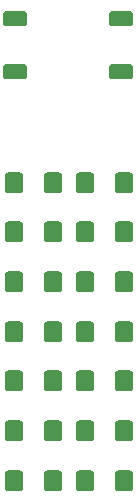
<source format=gtp>
G04 #@! TF.GenerationSoftware,KiCad,Pcbnew,8.0.5*
G04 #@! TF.CreationDate,2024-11-12T19:45:38-03:00*
G04 #@! TF.ProjectId,Teste R_pido Fonte Chaveada,54657374-6520-452e-9170-69646f20466f,rev?*
G04 #@! TF.SameCoordinates,Original*
G04 #@! TF.FileFunction,Paste,Top*
G04 #@! TF.FilePolarity,Positive*
%FSLAX46Y46*%
G04 Gerber Fmt 4.6, Leading zero omitted, Abs format (unit mm)*
G04 Created by KiCad (PCBNEW 8.0.5) date 2024-11-12 19:45:38*
%MOMM*%
%LPD*%
G01*
G04 APERTURE LIST*
G04 Aperture macros list*
%AMRoundRect*
0 Rectangle with rounded corners*
0 $1 Rounding radius*
0 $2 $3 $4 $5 $6 $7 $8 $9 X,Y pos of 4 corners*
0 Add a 4 corners polygon primitive as box body*
4,1,4,$2,$3,$4,$5,$6,$7,$8,$9,$2,$3,0*
0 Add four circle primitives for the rounded corners*
1,1,$1+$1,$2,$3*
1,1,$1+$1,$4,$5*
1,1,$1+$1,$6,$7*
1,1,$1+$1,$8,$9*
0 Add four rect primitives between the rounded corners*
20,1,$1+$1,$2,$3,$4,$5,0*
20,1,$1+$1,$4,$5,$6,$7,0*
20,1,$1+$1,$6,$7,$8,$9,0*
20,1,$1+$1,$8,$9,$2,$3,0*%
G04 Aperture macros list end*
%ADD10RoundRect,0.228600X0.533400X0.660400X-0.533400X0.660400X-0.533400X-0.660400X0.533400X-0.660400X0*%
%ADD11RoundRect,0.228600X-0.533400X-0.660400X0.533400X-0.660400X0.533400X0.660400X-0.533400X0.660400X0*%
%ADD12RoundRect,0.190500X0.825500X0.444500X-0.825500X0.444500X-0.825500X-0.444500X0.825500X-0.444500X0*%
G04 APERTURE END LIST*
D10*
X125127000Y-66600000D03*
X121825000Y-66600000D03*
X125127000Y-79200000D03*
X121825000Y-79200000D03*
X125127000Y-83400000D03*
X121825000Y-83400000D03*
D11*
X115825000Y-79200000D03*
X119127000Y-79200000D03*
X115825000Y-75000000D03*
X119127000Y-75000000D03*
X115825000Y-87600000D03*
X119127000Y-87600000D03*
X121825000Y-91800000D03*
X125127000Y-91800000D03*
X115825000Y-91800000D03*
X119127000Y-91800000D03*
X115825000Y-66600000D03*
X119127000Y-66600000D03*
X115825000Y-70800000D03*
X119127000Y-70800000D03*
X121825000Y-87600000D03*
X125127000Y-87600000D03*
D10*
X125127000Y-70800000D03*
X121825000Y-70800000D03*
X125127000Y-75000000D03*
X121825000Y-75000000D03*
D11*
X115825000Y-83400000D03*
X119127000Y-83400000D03*
D12*
X124908000Y-57250000D03*
X115942000Y-57250000D03*
X124908000Y-52750000D03*
X115942000Y-52750000D03*
M02*

</source>
